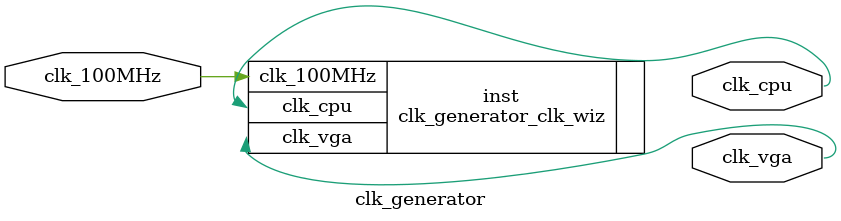
<source format=v>


`timescale 1ps/1ps

(* CORE_GENERATION_INFO = "clk_generator,clk_wiz_v5_3_1,{component_name=clk_generator,use_phase_alignment=true,use_min_o_jitter=false,use_max_i_jitter=false,use_dyn_phase_shift=false,use_inclk_switchover=false,use_dyn_reconfig=false,enable_axi=0,feedback_source=FDBK_AUTO,PRIMITIVE=MMCM,num_out_clk=2,clkin1_period=10.0,clkin2_period=10.0,use_power_down=false,use_reset=false,use_locked=false,use_inclk_stopped=false,feedback_type=SINGLE,CLOCK_MGR_TYPE=NA,manual_override=false}" *)

module clk_generator 
 (
 // Clock in ports
  input         clk_100MHz,
  // Clock out ports
  output        clk_vga,
  output        clk_cpu
 );

  clk_generator_clk_wiz inst
  (
 // Clock in ports
  .clk_100MHz(clk_100MHz),
  // Clock out ports  
  .clk_vga(clk_vga),
  .clk_cpu(clk_cpu)              
  );

endmodule

</source>
